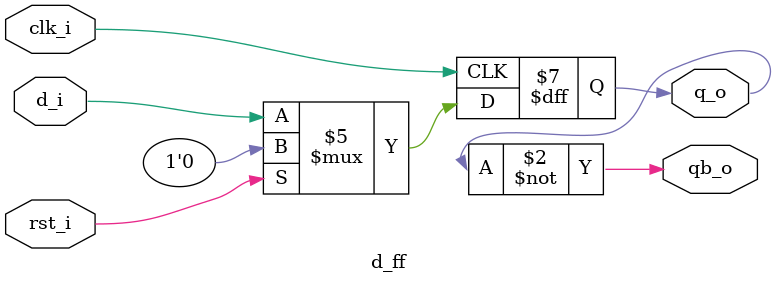
<source format=sv>

module d_ff(
  input        clk_i , // Clock input
  input        rst_i , // Active high reset
  input        d_i   , // D input
  output logic q_o   , // Q output
  output logic qb_o    // Q bar output
);
  
  always_comb begin
    qb_o = ~q_o;
  end
  
  always_ff @(posedge clk_i) begin
    if(rst_i)begin
      q_o <= 1'b0; // Reset
    end else begin
      q_o <= d_i ; // Sample input
    end
  end
  
endmodule


/*
// Asynchronous Active High Reset D-FF
module d_ff(
  input        clk_i , // Clock input
  input        rst_i , // Active high reset
  input        d_i   , // D input
  output logic q_o   , // Q output
  output logic qb_o    // Q bar output
);
  
  always_comb begin
    qb_o = ~q_o;
  end
  
  always_ff @(posedge clk_i, posedge rst_i) begin
    if(rst_i)begin
      q_o <= 1'b0; // Reset
    end else begin
      q_o <= d_i ; // Sample input
    end
  end
  
endmodule
*/

/*
// Synchronous Active Low Reset D-FF
module d_ff(
  input        clk_i   , // Clock input
  input        rst_n_i , // Active low reset
  input        d_i     , // D input
  output logic q_o     , // Q output
  output logic qb_o      // Q bar output
);
  
  always_comb begin
    qb_o = ~q_o;
  end
  
  always_ff @(posedge clk_i) begin
    if(!rst_n_i)begin
      q_o <= 1'b0; // Reset
    end else begin
      q_o <= d_i ; // Sample input
    end
  end
  
endmodule
*/

/*
// Asynchronous Active Low Reset D-FF
module d_ff(
  input        clk_i   , // Clock input
  input        rst_n_i , // Active low reset
  input        d_i     , // D input
  output logic q_o     , // Q output
  output logic qb_o      // Q bar output
);
  
  always_comb begin
    qb_o = ~q_o;
  end
  
  always_ff @(posedge clk_i, negedge rst_n_i) begin
    if(!rst_n_i)begin
      q_o <= 1'b0; // Reset
    end else begin
      q_o <= d_i ; // Sample input
    end
  end
  
endmodule
*/
</source>
